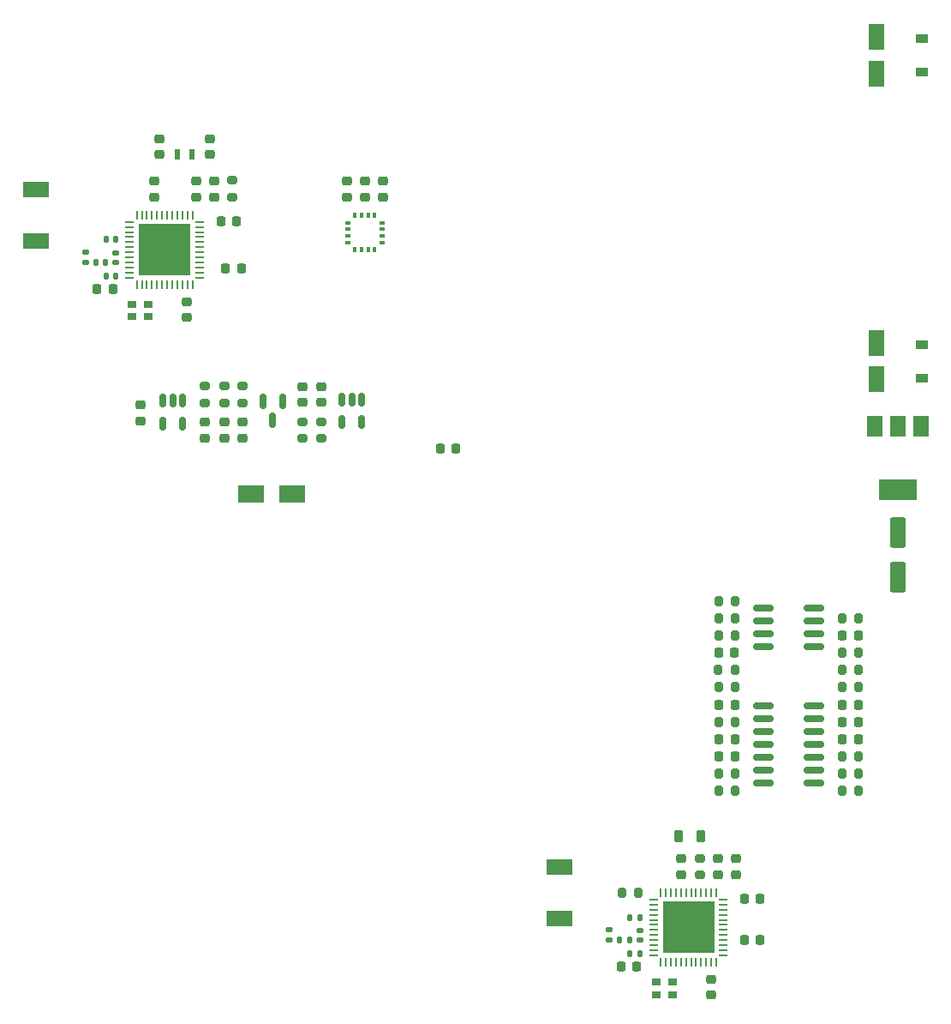
<source format=gbr>
%TF.GenerationSoftware,KiCad,Pcbnew,(6.0.1)*%
%TF.CreationDate,2022-03-12T16:38:08+00:00*%
%TF.ProjectId,Ball_Solder_Stencil,42616c6c-5f53-46f6-9c64-65725f537465,rev?*%
%TF.SameCoordinates,Original*%
%TF.FileFunction,Soldermask,Top*%
%TF.FilePolarity,Negative*%
%FSLAX46Y46*%
G04 Gerber Fmt 4.6, Leading zero omitted, Abs format (unit mm)*
G04 Created by KiCad (PCBNEW (6.0.1)) date 2022-03-12 16:38:08*
%MOMM*%
%LPD*%
G01*
G04 APERTURE LIST*
G04 Aperture macros list*
%AMRoundRect*
0 Rectangle with rounded corners*
0 $1 Rounding radius*
0 $2 $3 $4 $5 $6 $7 $8 $9 X,Y pos of 4 corners*
0 Add a 4 corners polygon primitive as box body*
4,1,4,$2,$3,$4,$5,$6,$7,$8,$9,$2,$3,0*
0 Add four circle primitives for the rounded corners*
1,1,$1+$1,$2,$3*
1,1,$1+$1,$4,$5*
1,1,$1+$1,$6,$7*
1,1,$1+$1,$8,$9*
0 Add four rect primitives between the rounded corners*
20,1,$1+$1,$2,$3,$4,$5,0*
20,1,$1+$1,$4,$5,$6,$7,0*
20,1,$1+$1,$6,$7,$8,$9,0*
20,1,$1+$1,$8,$9,$2,$3,0*%
G04 Aperture macros list end*
%ADD10R,2.600000X1.500000*%
%ADD11RoundRect,0.250000X0.550000X-1.050000X0.550000X1.050000X-0.550000X1.050000X-0.550000X-1.050000X0*%
%ADD12R,1.200000X0.900000*%
%ADD13RoundRect,0.062500X-0.062500X0.375000X-0.062500X-0.375000X0.062500X-0.375000X0.062500X0.375000X0*%
%ADD14RoundRect,0.062500X-0.375000X0.062500X-0.375000X-0.062500X0.375000X-0.062500X0.375000X0.062500X0*%
%ADD15R,5.150000X5.150000*%
%ADD16RoundRect,0.225000X0.250000X-0.225000X0.250000X0.225000X-0.250000X0.225000X-0.250000X-0.225000X0*%
%ADD17RoundRect,0.200000X0.275000X-0.200000X0.275000X0.200000X-0.275000X0.200000X-0.275000X-0.200000X0*%
%ADD18RoundRect,0.225000X-0.225000X-0.250000X0.225000X-0.250000X0.225000X0.250000X-0.225000X0.250000X0*%
%ADD19R,0.900000X0.800000*%
%ADD20RoundRect,0.225000X-0.250000X0.225000X-0.250000X-0.225000X0.250000X-0.225000X0.250000X0.225000X0*%
%ADD21RoundRect,0.140000X0.170000X-0.140000X0.170000X0.140000X-0.170000X0.140000X-0.170000X-0.140000X0*%
%ADD22RoundRect,0.218750X-0.218750X-0.256250X0.218750X-0.256250X0.218750X0.256250X-0.218750X0.256250X0*%
%ADD23RoundRect,0.150000X-0.150000X0.512500X-0.150000X-0.512500X0.150000X-0.512500X0.150000X0.512500X0*%
%ADD24RoundRect,0.225000X0.225000X0.250000X-0.225000X0.250000X-0.225000X-0.250000X0.225000X-0.250000X0*%
%ADD25RoundRect,0.200000X-0.275000X0.200000X-0.275000X-0.200000X0.275000X-0.200000X0.275000X0.200000X0*%
%ADD26R,2.500000X1.800000*%
%ADD27RoundRect,0.100000X-0.175000X-0.100000X0.175000X-0.100000X0.175000X0.100000X-0.175000X0.100000X0*%
%ADD28RoundRect,0.100000X-0.100000X-0.175000X0.100000X-0.175000X0.100000X0.175000X-0.100000X0.175000X0*%
%ADD29RoundRect,0.140000X0.140000X0.170000X-0.140000X0.170000X-0.140000X-0.170000X0.140000X-0.170000X0*%
%ADD30RoundRect,0.150000X-0.150000X0.587500X-0.150000X-0.587500X0.150000X-0.587500X0.150000X0.587500X0*%
%ADD31RoundRect,0.147500X0.147500X0.172500X-0.147500X0.172500X-0.147500X-0.172500X0.147500X-0.172500X0*%
%ADD32R,0.600000X1.100000*%
%ADD33RoundRect,0.200000X0.200000X0.275000X-0.200000X0.275000X-0.200000X-0.275000X0.200000X-0.275000X0*%
%ADD34RoundRect,0.200000X-0.200000X-0.275000X0.200000X-0.275000X0.200000X0.275000X-0.200000X0.275000X0*%
%ADD35RoundRect,0.250000X-0.550000X1.250000X-0.550000X-1.250000X0.550000X-1.250000X0.550000X1.250000X0*%
%ADD36R,1.500000X2.000000*%
%ADD37R,3.800000X2.000000*%
%ADD38RoundRect,0.150000X-0.825000X-0.150000X0.825000X-0.150000X0.825000X0.150000X-0.825000X0.150000X0*%
%ADD39RoundRect,0.218750X-0.218750X-0.381250X0.218750X-0.381250X0.218750X0.381250X-0.218750X0.381250X0*%
%ADD40RoundRect,0.150000X0.825000X0.150000X-0.825000X0.150000X-0.825000X-0.150000X0.825000X-0.150000X0*%
G04 APERTURE END LIST*
D10*
%TO.C,AE1*%
X72100000Y-78850000D03*
X72100000Y-73750000D03*
%TD*%
D11*
%TO.C,C11*%
X155200000Y-62300000D03*
X155200000Y-58700000D03*
%TD*%
D12*
%TO.C,D2*%
X159700000Y-62150000D03*
X159700000Y-58850000D03*
%TD*%
D13*
%TO.C,U1*%
X87575000Y-76262500D03*
X87075000Y-76262500D03*
X86575000Y-76262500D03*
X86075000Y-76262500D03*
X85575000Y-76262500D03*
X85075000Y-76262500D03*
X84575000Y-76262500D03*
X84075000Y-76262500D03*
X83575000Y-76262500D03*
X83075000Y-76262500D03*
X82575000Y-76262500D03*
X82075000Y-76262500D03*
D14*
X81387500Y-76950000D03*
X81387500Y-77450000D03*
X81387500Y-77950000D03*
X81387500Y-78450000D03*
X81387500Y-78950000D03*
X81387500Y-79450000D03*
X81387500Y-79950000D03*
X81387500Y-80450000D03*
X81387500Y-80950000D03*
X81387500Y-81450000D03*
X81387500Y-81950000D03*
X81387500Y-82450000D03*
D13*
X82075000Y-83137500D03*
X82575000Y-83137500D03*
X83075000Y-83137500D03*
X83575000Y-83137500D03*
X84075000Y-83137500D03*
X84575000Y-83137500D03*
X85075000Y-83137500D03*
X85575000Y-83137500D03*
X86075000Y-83137500D03*
X86575000Y-83137500D03*
X87075000Y-83137500D03*
X87575000Y-83137500D03*
D14*
X88262500Y-82450000D03*
X88262500Y-81950000D03*
X88262500Y-81450000D03*
X88262500Y-80950000D03*
X88262500Y-80450000D03*
X88262500Y-79950000D03*
X88262500Y-79450000D03*
X88262500Y-78950000D03*
X88262500Y-78450000D03*
X88262500Y-77950000D03*
X88262500Y-77450000D03*
X88262500Y-76950000D03*
D15*
X84825000Y-79700000D03*
%TD*%
D16*
%TO.C,C10*%
X104625000Y-74475000D03*
X104625000Y-72925000D03*
%TD*%
D17*
%TO.C,R6*%
X100325000Y-98325000D03*
X100325000Y-96675000D03*
%TD*%
D18*
%TO.C,C7*%
X90868750Y-81581250D03*
X92418750Y-81581250D03*
%TD*%
D19*
%TO.C,Y1*%
X81600000Y-86325000D03*
X83250000Y-86325000D03*
X83250000Y-85075000D03*
X81600000Y-85075000D03*
%TD*%
D16*
%TO.C,C3*%
X87925000Y-74475000D03*
X87925000Y-72925000D03*
%TD*%
D20*
%TO.C,C13*%
X84325000Y-68725000D03*
X84325000Y-70275000D03*
%TD*%
D18*
%TO.C,C6*%
X90368750Y-76900000D03*
X91918750Y-76900000D03*
%TD*%
D21*
%TO.C,C15*%
X80025000Y-80950000D03*
X80025000Y-79990000D03*
%TD*%
D22*
%TO.C,D3*%
X112037500Y-99300000D03*
X113612500Y-99300000D03*
%TD*%
D17*
%TO.C,R4*%
X92525000Y-94825000D03*
X92525000Y-93175000D03*
%TD*%
D16*
%TO.C,C17*%
X100325000Y-94775000D03*
X100325000Y-93225000D03*
%TD*%
D20*
%TO.C,C5*%
X87025000Y-84825000D03*
X87025000Y-86375000D03*
%TD*%
D16*
%TO.C,C2*%
X89725000Y-74475000D03*
X89725000Y-72925000D03*
%TD*%
D20*
%TO.C,C1*%
X83825000Y-72925000D03*
X83825000Y-74475000D03*
%TD*%
D17*
%TO.C,R3*%
X98425000Y-98325000D03*
X98425000Y-96675000D03*
%TD*%
D23*
%TO.C,U3*%
X104275000Y-94462500D03*
X103325000Y-94462500D03*
X102375000Y-94462500D03*
X102375000Y-96737500D03*
X104275000Y-96737500D03*
%TD*%
D20*
%TO.C,C12*%
X89325000Y-68725000D03*
X89325000Y-70275000D03*
%TD*%
D24*
%TO.C,C8*%
X79700000Y-83600000D03*
X78150000Y-83600000D03*
%TD*%
D25*
%TO.C,R5*%
X90725000Y-93175000D03*
X90725000Y-94825000D03*
%TD*%
D21*
%TO.C,C16*%
X77025000Y-80920000D03*
X77025000Y-79960000D03*
%TD*%
D20*
%TO.C,C18*%
X98425000Y-93225000D03*
X98425000Y-94775000D03*
%TD*%
D26*
%TO.C,D2*%
X93400000Y-103787500D03*
X97400000Y-103787500D03*
%TD*%
D17*
%TO.C,R7*%
X88825000Y-94825000D03*
X88825000Y-93175000D03*
%TD*%
D16*
%TO.C,C14*%
X106425000Y-74475000D03*
X106425000Y-72925000D03*
%TD*%
D27*
%TO.C,U2*%
X102925000Y-77025000D03*
X102925000Y-77675000D03*
X102925000Y-78325000D03*
X102925000Y-78975000D03*
D28*
X103650000Y-79700000D03*
X104300000Y-79700000D03*
X104950000Y-79700000D03*
X105600000Y-79700000D03*
D27*
X106325000Y-78975000D03*
X106325000Y-78325000D03*
X106325000Y-77675000D03*
X106325000Y-77025000D03*
D28*
X105600000Y-76300000D03*
X104950000Y-76300000D03*
X104300000Y-76300000D03*
X103650000Y-76300000D03*
%TD*%
D29*
%TO.C,C4*%
X80005000Y-78700000D03*
X79045000Y-78700000D03*
%TD*%
D20*
%TO.C,C19*%
X92525000Y-96725000D03*
X92525000Y-98275000D03*
%TD*%
D16*
%TO.C,C21*%
X82425000Y-96575000D03*
X82425000Y-95025000D03*
%TD*%
%TO.C,C11*%
X102825000Y-74475000D03*
X102825000Y-72925000D03*
%TD*%
D30*
%TO.C,Q1*%
X96475000Y-94662500D03*
X94575000Y-94662500D03*
X95525000Y-96537500D03*
%TD*%
D20*
%TO.C,C20*%
X90725000Y-96725000D03*
X90725000Y-98275000D03*
%TD*%
D23*
%TO.C,U4*%
X86575000Y-94562500D03*
X85625000Y-94562500D03*
X84675000Y-94562500D03*
X84675000Y-96837500D03*
X86575000Y-96837500D03*
%TD*%
D31*
%TO.C,L1*%
X79010000Y-80950000D03*
X78040000Y-80950000D03*
%TD*%
D17*
%TO.C,R2*%
X91543750Y-74506250D03*
X91543750Y-72856250D03*
%TD*%
D32*
%TO.C,Y2*%
X87525000Y-70300000D03*
X86125000Y-70300000D03*
%TD*%
D29*
%TO.C,C9*%
X80005000Y-82300000D03*
X79045000Y-82300000D03*
%TD*%
D16*
%TO.C,C22*%
X88825000Y-98275000D03*
X88825000Y-96725000D03*
%TD*%
D33*
%TO.C,R5*%
X153425000Y-131400000D03*
X151775000Y-131400000D03*
%TD*%
D24*
%TO.C,C8*%
X131475000Y-150500000D03*
X129925000Y-150500000D03*
%TD*%
D34*
%TO.C,R2*%
X139575000Y-131400000D03*
X141225000Y-131400000D03*
%TD*%
D19*
%TO.C,Y1*%
X133375000Y-153225000D03*
X135025000Y-153225000D03*
X135025000Y-151975000D03*
X133375000Y-151975000D03*
%TD*%
D16*
%TO.C,C2*%
X139500000Y-141375000D03*
X139500000Y-139825000D03*
%TD*%
D20*
%TO.C,C7*%
X135900000Y-139825000D03*
X135900000Y-141375000D03*
%TD*%
%TO.C,C4*%
X138800000Y-151725000D03*
X138800000Y-153275000D03*
%TD*%
D33*
%TO.C,R4*%
X153425000Y-133100000D03*
X151775000Y-133100000D03*
%TD*%
D34*
%TO.C,R12*%
X139575000Y-116100000D03*
X141225000Y-116100000D03*
%TD*%
D12*
%TO.C,D1*%
X159700000Y-92337500D03*
X159700000Y-89037500D03*
%TD*%
D18*
%TO.C,C6*%
X142125000Y-147800000D03*
X143675000Y-147800000D03*
%TD*%
D34*
%TO.C,R16*%
X139575000Y-114400000D03*
X141225000Y-114400000D03*
%TD*%
D16*
%TO.C,C1*%
X141300000Y-141375000D03*
X141300000Y-139825000D03*
%TD*%
D35*
%TO.C,C14*%
X157300000Y-107650000D03*
X157300000Y-112050000D03*
%TD*%
D21*
%TO.C,C12*%
X131800000Y-147850000D03*
X131800000Y-146890000D03*
%TD*%
D18*
%TO.C,C21*%
X139600000Y-119500000D03*
X141150000Y-119500000D03*
%TD*%
%TO.C,C5*%
X142143750Y-143800000D03*
X143693750Y-143800000D03*
%TD*%
D34*
%TO.C,R17*%
X130013750Y-143210000D03*
X131663750Y-143210000D03*
%TD*%
%TO.C,R6*%
X139575000Y-133100000D03*
X141225000Y-133100000D03*
%TD*%
D33*
%TO.C,R3*%
X153425000Y-129700000D03*
X151775000Y-129700000D03*
%TD*%
%TO.C,R15*%
X141225000Y-126300000D03*
X139575000Y-126300000D03*
%TD*%
D13*
%TO.C,U1*%
X139350000Y-143162500D03*
X138850000Y-143162500D03*
X138350000Y-143162500D03*
X137850000Y-143162500D03*
X137350000Y-143162500D03*
X136850000Y-143162500D03*
X136350000Y-143162500D03*
X135850000Y-143162500D03*
X135350000Y-143162500D03*
X134850000Y-143162500D03*
X134350000Y-143162500D03*
X133850000Y-143162500D03*
D14*
X133162500Y-143850000D03*
X133162500Y-144350000D03*
X133162500Y-144850000D03*
X133162500Y-145350000D03*
X133162500Y-145850000D03*
X133162500Y-146350000D03*
X133162500Y-146850000D03*
X133162500Y-147350000D03*
X133162500Y-147850000D03*
X133162500Y-148350000D03*
X133162500Y-148850000D03*
X133162500Y-149350000D03*
D13*
X133850000Y-150037500D03*
X134350000Y-150037500D03*
X134850000Y-150037500D03*
X135350000Y-150037500D03*
X135850000Y-150037500D03*
X136350000Y-150037500D03*
X136850000Y-150037500D03*
X137350000Y-150037500D03*
X137850000Y-150037500D03*
X138350000Y-150037500D03*
X138850000Y-150037500D03*
X139350000Y-150037500D03*
D14*
X140037500Y-149350000D03*
X140037500Y-148850000D03*
X140037500Y-148350000D03*
X140037500Y-147850000D03*
X140037500Y-147350000D03*
X140037500Y-146850000D03*
X140037500Y-146350000D03*
X140037500Y-145850000D03*
X140037500Y-145350000D03*
X140037500Y-144850000D03*
X140037500Y-144350000D03*
X140037500Y-143850000D03*
D15*
X136600000Y-146600000D03*
%TD*%
D33*
%TO.C,R14*%
X153425000Y-116100000D03*
X151775000Y-116100000D03*
%TD*%
D18*
%TO.C,C19*%
X151825000Y-117800000D03*
X153375000Y-117800000D03*
%TD*%
D36*
%TO.C,U2*%
X159600000Y-97100000D03*
D37*
X157300000Y-103400000D03*
D36*
X157300000Y-97100000D03*
X155000000Y-97100000D03*
%TD*%
D34*
%TO.C,R10*%
X139550000Y-121200000D03*
X141200000Y-121200000D03*
%TD*%
D18*
%TO.C,C22*%
X139625000Y-124600000D03*
X141175000Y-124600000D03*
%TD*%
D25*
%TO.C,R1*%
X137700000Y-139775000D03*
X137700000Y-141425000D03*
%TD*%
D24*
%TO.C,C20*%
X153375000Y-124600000D03*
X151825000Y-124600000D03*
%TD*%
D33*
%TO.C,R9*%
X153425000Y-121200000D03*
X151775000Y-121200000D03*
%TD*%
D31*
%TO.C,L1*%
X130785000Y-147850000D03*
X129815000Y-147850000D03*
%TD*%
D29*
%TO.C,C9*%
X131780000Y-149200000D03*
X130820000Y-149200000D03*
%TD*%
D38*
%TO.C,U4*%
X144025000Y-115095000D03*
X144025000Y-116365000D03*
X144025000Y-117635000D03*
X144025000Y-118905000D03*
X148975000Y-118905000D03*
X148975000Y-117635000D03*
X148975000Y-116365000D03*
X148975000Y-115095000D03*
%TD*%
D34*
%TO.C,R11*%
X139575000Y-122900000D03*
X141225000Y-122900000D03*
%TD*%
D11*
%TO.C,C10*%
X155200000Y-92487500D03*
X155200000Y-88887500D03*
%TD*%
D24*
%TO.C,C17*%
X141175000Y-129700000D03*
X139625000Y-129700000D03*
%TD*%
D18*
%TO.C,C15*%
X139625000Y-128000000D03*
X141175000Y-128000000D03*
%TD*%
D39*
%TO.C,L2*%
X135656250Y-137600000D03*
X137781250Y-137600000D03*
%TD*%
D33*
%TO.C,R8*%
X153425000Y-119500000D03*
X151775000Y-119500000D03*
%TD*%
D29*
%TO.C,C3*%
X131780000Y-145600000D03*
X130820000Y-145600000D03*
%TD*%
D21*
%TO.C,C13*%
X128800000Y-147820000D03*
X128800000Y-146860000D03*
%TD*%
D24*
%TO.C,C16*%
X153375000Y-128000000D03*
X151825000Y-128000000D03*
%TD*%
D34*
%TO.C,R13*%
X139575000Y-117800000D03*
X141225000Y-117800000D03*
%TD*%
D40*
%TO.C,U3*%
X148975000Y-132310000D03*
X148975000Y-131040000D03*
X148975000Y-129770000D03*
X148975000Y-128500000D03*
X148975000Y-127230000D03*
X148975000Y-125960000D03*
X148975000Y-124690000D03*
X144025000Y-124690000D03*
X144025000Y-125960000D03*
X144025000Y-127230000D03*
X144025000Y-128500000D03*
X144025000Y-129770000D03*
X144025000Y-131040000D03*
X144025000Y-132310000D03*
%TD*%
D10*
%TO.C,AE1*%
X123875000Y-145750000D03*
X123875000Y-140650000D03*
%TD*%
D33*
%TO.C,R7*%
X153425000Y-122900000D03*
X151775000Y-122900000D03*
%TD*%
D24*
%TO.C,C18*%
X153375000Y-126300000D03*
X151825000Y-126300000D03*
%TD*%
M02*

</source>
